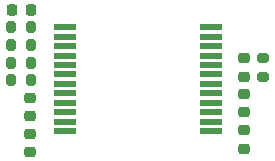
<source format=gbr>
%TF.GenerationSoftware,KiCad,Pcbnew,9.0.2*%
%TF.CreationDate,2025-06-17T22:54:35-04:00*%
%TF.ProjectId,SCH16TBreakout,53434831-3654-4427-9265-616b6f75742e,rev?*%
%TF.SameCoordinates,Original*%
%TF.FileFunction,Paste,Top*%
%TF.FilePolarity,Positive*%
%FSLAX46Y46*%
G04 Gerber Fmt 4.6, Leading zero omitted, Abs format (unit mm)*
G04 Created by KiCad (PCBNEW 9.0.2) date 2025-06-17 22:54:35*
%MOMM*%
%LPD*%
G01*
G04 APERTURE LIST*
G04 Aperture macros list*
%AMRoundRect*
0 Rectangle with rounded corners*
0 $1 Rounding radius*
0 $2 $3 $4 $5 $6 $7 $8 $9 X,Y pos of 4 corners*
0 Add a 4 corners polygon primitive as box body*
4,1,4,$2,$3,$4,$5,$6,$7,$8,$9,$2,$3,0*
0 Add four circle primitives for the rounded corners*
1,1,$1+$1,$2,$3*
1,1,$1+$1,$4,$5*
1,1,$1+$1,$6,$7*
1,1,$1+$1,$8,$9*
0 Add four rect primitives between the rounded corners*
20,1,$1+$1,$2,$3,$4,$5,0*
20,1,$1+$1,$4,$5,$6,$7,0*
20,1,$1+$1,$6,$7,$8,$9,0*
20,1,$1+$1,$8,$9,$2,$3,0*%
G04 Aperture macros list end*
%ADD10RoundRect,0.200000X-0.200000X-0.275000X0.200000X-0.275000X0.200000X0.275000X-0.200000X0.275000X0*%
%ADD11RoundRect,0.200000X0.200000X0.275000X-0.200000X0.275000X-0.200000X-0.275000X0.200000X-0.275000X0*%
%ADD12RoundRect,0.225000X-0.250000X0.225000X-0.250000X-0.225000X0.250000X-0.225000X0.250000X0.225000X0*%
%ADD13RoundRect,0.200000X0.275000X-0.200000X0.275000X0.200000X-0.275000X0.200000X-0.275000X-0.200000X0*%
%ADD14RoundRect,0.225000X0.250000X-0.225000X0.250000X0.225000X-0.250000X0.225000X-0.250000X-0.225000X0*%
%ADD15RoundRect,0.218750X-0.218750X-0.256250X0.218750X-0.256250X0.218750X0.256250X-0.218750X0.256250X0*%
%ADD16R,1.870000X0.500000*%
G04 APERTURE END LIST*
D10*
%TO.C,R5*%
X24900000Y-55200000D03*
X26550000Y-55200000D03*
%TD*%
D11*
%TO.C,R4*%
X26550000Y-56700000D03*
X24900000Y-56700000D03*
%TD*%
D10*
%TO.C,R2*%
X24900000Y-59700000D03*
X26550000Y-59700000D03*
%TD*%
D11*
%TO.C,R3*%
X26550000Y-58200000D03*
X24900000Y-58200000D03*
%TD*%
D12*
%TO.C,C4*%
X44610000Y-63925000D03*
X44610000Y-65475000D03*
%TD*%
D13*
%TO.C,R1*%
X46200000Y-59425000D03*
X46200000Y-57775000D03*
%TD*%
D14*
%TO.C,C3*%
X44610000Y-59375000D03*
X44610000Y-57825000D03*
%TD*%
D15*
%TO.C,D1*%
X25000000Y-53700000D03*
X26575000Y-53700000D03*
%TD*%
D12*
%TO.C,C5*%
X26500000Y-64200000D03*
X26500000Y-65750000D03*
%TD*%
%TO.C,C2*%
X26500000Y-61175000D03*
X26500000Y-62725000D03*
%TD*%
D16*
%TO.C,U1*%
X29445000Y-55200000D03*
X29445000Y-56000000D03*
X29445000Y-56800000D03*
X29445000Y-57600000D03*
X29445000Y-58400000D03*
X29445000Y-59200000D03*
X29445000Y-60000000D03*
X29445000Y-60800000D03*
X29445000Y-61600000D03*
X29445000Y-62400000D03*
X29445000Y-63200000D03*
X29445000Y-64000000D03*
X41775000Y-64000000D03*
X41775000Y-63200000D03*
X41775000Y-62400000D03*
X41775000Y-61600000D03*
X41775000Y-60800000D03*
X41775000Y-60000000D03*
X41775000Y-59200000D03*
X41775000Y-58400000D03*
X41775000Y-57600000D03*
X41775000Y-56800000D03*
X41775000Y-56000000D03*
X41775000Y-55200000D03*
%TD*%
D12*
%TO.C,C1*%
X44610000Y-60850000D03*
X44610000Y-62400000D03*
%TD*%
M02*

</source>
